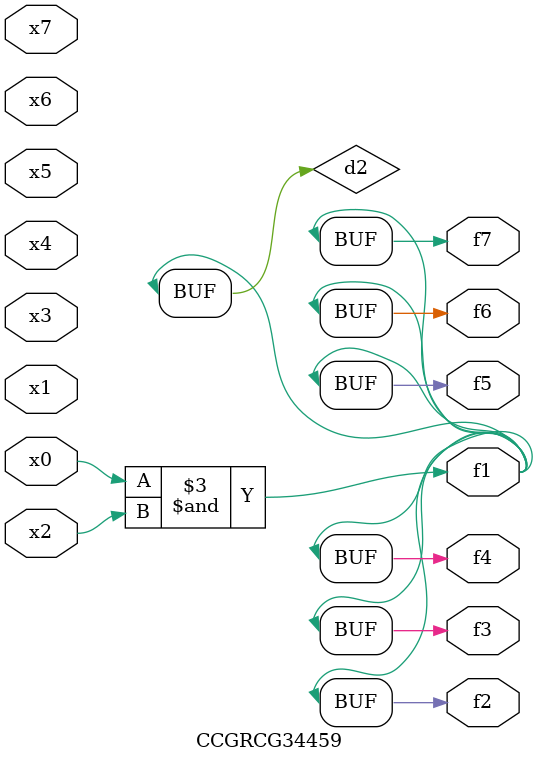
<source format=v>
module CCGRCG34459(
	input x0, x1, x2, x3, x4, x5, x6, x7,
	output f1, f2, f3, f4, f5, f6, f7
);

	wire d1, d2;

	nor (d1, x3, x6);
	and (d2, x0, x2);
	assign f1 = d2;
	assign f2 = d2;
	assign f3 = d2;
	assign f4 = d2;
	assign f5 = d2;
	assign f6 = d2;
	assign f7 = d2;
endmodule

</source>
